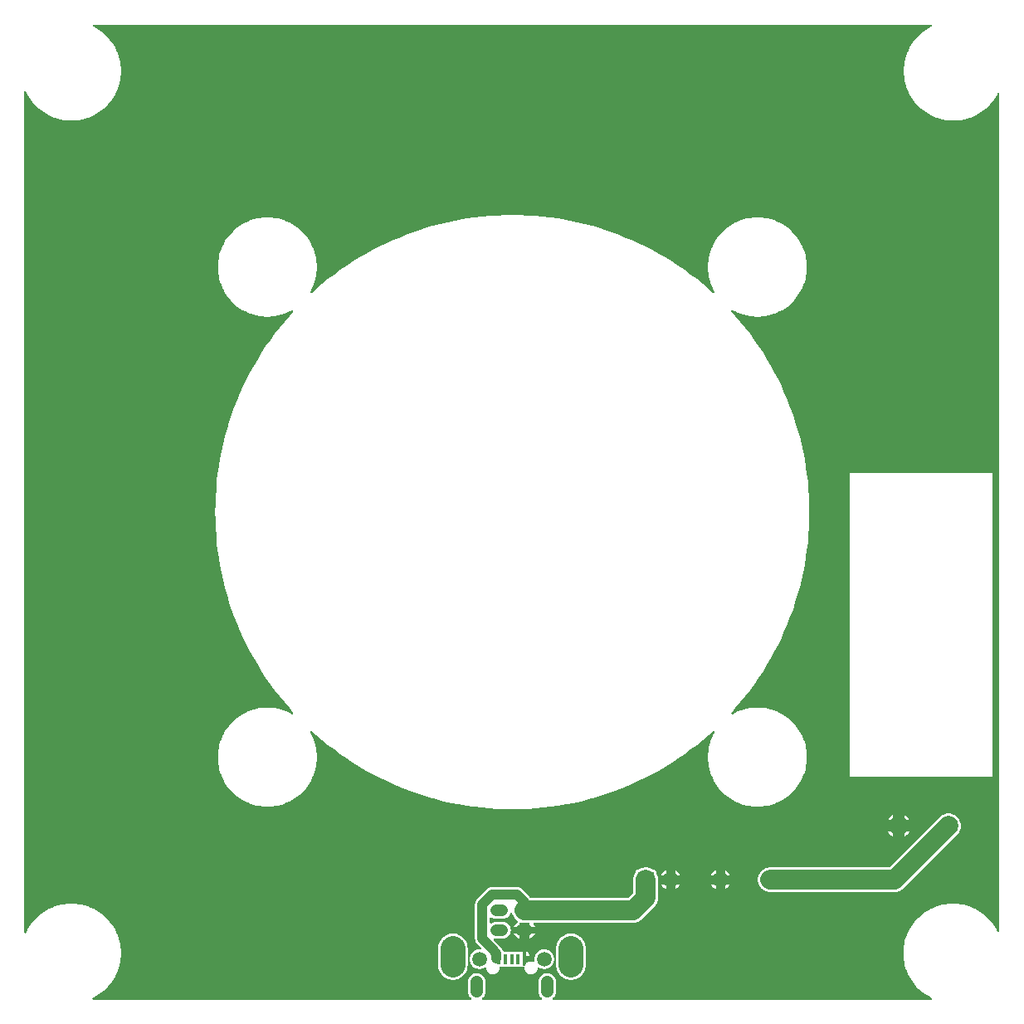
<source format=gtl>
G04 Layer: TopLayer*
G04 EasyEDA v6.5.1, 2022-08-30 03:35:26*
G04 a67cddfb3fce44daa9051d46cbbcc19f,10*
G04 Gerber Generator version 0.2*
G04 Scale: 100 percent, Rotated: No, Reflected: No *
G04 Dimensions in millimeters *
G04 leading zeros omitted , absolute positions ,4 integer and 5 decimal *
%FSLAX45Y45*%
%MOMM*%

%ADD11C,2.0000*%
%ADD12C,1.0000*%
%ADD13C,0.6096*%
%ADD14C,0.6100*%
%ADD15R,0.4000X1.0000*%
%ADD17C,1.6000*%
%ADD18C,1.5000*%
%ADD19C,1.1999*%
%ADD20C,2.5001*%
%ADD21C,1.3000*%

%LPD*%
G36*
X731012Y25908D02*
G01*
X727202Y26670D01*
X723950Y28803D01*
X721715Y32004D01*
X720852Y35864D01*
X721563Y39674D01*
X723595Y43027D01*
X726795Y45313D01*
X730402Y46939D01*
X757834Y61722D01*
X784301Y78130D01*
X809701Y96164D01*
X833932Y115722D01*
X856945Y136702D01*
X878586Y159105D01*
X898855Y182778D01*
X917549Y207670D01*
X934719Y233629D01*
X950264Y260654D01*
X964133Y288544D01*
X976223Y317246D01*
X986485Y346659D01*
X994968Y376631D01*
X1001572Y407060D01*
X1006297Y437845D01*
X1009091Y468884D01*
X1010005Y499973D01*
X1009091Y531114D01*
X1006297Y562152D01*
X1001572Y592937D01*
X994968Y623366D01*
X986485Y653338D01*
X976223Y682752D01*
X964133Y711454D01*
X950264Y739343D01*
X934719Y766368D01*
X917549Y792327D01*
X898855Y817219D01*
X878586Y840892D01*
X856945Y863295D01*
X833932Y884275D01*
X809701Y903833D01*
X784301Y921867D01*
X757834Y938276D01*
X730402Y953058D01*
X702106Y966063D01*
X673049Y977341D01*
X643382Y986790D01*
X613206Y994410D01*
X582574Y1000150D01*
X551637Y1003960D01*
X520547Y1005890D01*
X489407Y1005890D01*
X458317Y1003960D01*
X427431Y1000150D01*
X396798Y994410D01*
X366623Y986790D01*
X336956Y977341D01*
X307898Y966063D01*
X279603Y953058D01*
X252171Y938276D01*
X225704Y921867D01*
X200304Y903833D01*
X176072Y884275D01*
X153060Y863295D01*
X131419Y840892D01*
X111150Y817219D01*
X92405Y792327D01*
X75234Y766368D01*
X59740Y739343D01*
X45872Y711454D01*
X43230Y707085D01*
X39928Y704900D01*
X36017Y704138D01*
X32156Y704951D01*
X28854Y707136D01*
X26670Y710438D01*
X25908Y714298D01*
X25908Y9285681D01*
X26670Y9289542D01*
X28854Y9292844D01*
X32156Y9295079D01*
X36017Y9295841D01*
X39928Y9295079D01*
X43230Y9292894D01*
X45872Y9288526D01*
X59740Y9260636D01*
X75234Y9233662D01*
X92405Y9207652D01*
X111150Y9182760D01*
X131419Y9159087D01*
X153060Y9136735D01*
X176072Y9115704D01*
X200304Y9096146D01*
X225704Y9078112D01*
X252171Y9061704D01*
X279603Y9046972D01*
X307898Y9033916D01*
X336956Y9022638D01*
X366623Y9013190D01*
X396798Y9005620D01*
X427431Y8999880D01*
X458317Y8996019D01*
X489407Y8994089D01*
X520547Y8994089D01*
X551637Y8996019D01*
X582574Y8999880D01*
X613206Y9005620D01*
X643382Y9013190D01*
X673049Y9022638D01*
X702106Y9033916D01*
X730402Y9046972D01*
X757834Y9061704D01*
X784301Y9078112D01*
X809701Y9096146D01*
X833932Y9115704D01*
X856945Y9136735D01*
X878586Y9159087D01*
X898855Y9182760D01*
X917549Y9207652D01*
X934719Y9233662D01*
X950264Y9260636D01*
X964133Y9288526D01*
X976223Y9317228D01*
X986485Y9346641D01*
X994968Y9376613D01*
X1001572Y9407042D01*
X1006297Y9437827D01*
X1009091Y9468866D01*
X1010005Y9499955D01*
X1009091Y9531146D01*
X1006297Y9562134D01*
X1001572Y9592919D01*
X994968Y9623399D01*
X986485Y9653371D01*
X976223Y9682734D01*
X964133Y9711436D01*
X950264Y9739376D01*
X934719Y9766350D01*
X917549Y9792360D01*
X898855Y9817201D01*
X878586Y9840925D01*
X856945Y9863277D01*
X833932Y9884308D01*
X809701Y9903866D01*
X784301Y9921849D01*
X757834Y9938258D01*
X730402Y9953040D01*
X726795Y9954717D01*
X723595Y9957003D01*
X721512Y9960305D01*
X720852Y9964166D01*
X721715Y9967976D01*
X723900Y9971176D01*
X727202Y9973360D01*
X731012Y9974072D01*
X9278975Y9974072D01*
X9282785Y9973360D01*
X9286087Y9971176D01*
X9288272Y9967976D01*
X9289135Y9964166D01*
X9288475Y9960305D01*
X9286392Y9957003D01*
X9283242Y9954717D01*
X9279585Y9953040D01*
X9252153Y9938308D01*
X9225686Y9921849D01*
X9200286Y9903866D01*
X9176054Y9884308D01*
X9153042Y9863277D01*
X9131401Y9840925D01*
X9111183Y9817201D01*
X9092438Y9792360D01*
X9075267Y9766350D01*
X9059722Y9739376D01*
X9045905Y9711436D01*
X9033814Y9682734D01*
X9023502Y9653371D01*
X9015018Y9623399D01*
X9008414Y9592919D01*
X9003690Y9562134D01*
X9000896Y9531146D01*
X8999982Y9500006D01*
X9000896Y9468866D01*
X9003690Y9437827D01*
X9008414Y9407042D01*
X9015018Y9376613D01*
X9023502Y9346641D01*
X9033814Y9317228D01*
X9045905Y9288526D01*
X9059722Y9260636D01*
X9075267Y9233662D01*
X9092438Y9207652D01*
X9111183Y9182760D01*
X9131401Y9159087D01*
X9153042Y9136735D01*
X9176054Y9115704D01*
X9200286Y9096146D01*
X9225686Y9078112D01*
X9252153Y9061704D01*
X9279585Y9046972D01*
X9307880Y9033916D01*
X9336938Y9022638D01*
X9366605Y9013190D01*
X9396831Y9005620D01*
X9427413Y8999880D01*
X9458350Y8996019D01*
X9489440Y8994089D01*
X9520580Y8994089D01*
X9551670Y8996019D01*
X9582556Y8999880D01*
X9613188Y9005620D01*
X9643414Y9013190D01*
X9673082Y9022638D01*
X9702088Y9033916D01*
X9730384Y9046972D01*
X9757816Y9061704D01*
X9784283Y9078112D01*
X9809683Y9096146D01*
X9833965Y9115704D01*
X9856927Y9136735D01*
X9878618Y9159087D01*
X9898837Y9182760D01*
X9917582Y9207652D01*
X9934752Y9233662D01*
X9950297Y9260636D01*
X9954818Y9269831D01*
X9957663Y9273336D01*
X9961727Y9275216D01*
X9966248Y9275216D01*
X9970312Y9273235D01*
X9973106Y9269730D01*
X9974072Y9265310D01*
X9974072Y724611D01*
X9973106Y720242D01*
X9970312Y716686D01*
X9966248Y714705D01*
X9961727Y714705D01*
X9957663Y716584D01*
X9954818Y720090D01*
X9945268Y739343D01*
X9929723Y766368D01*
X9912553Y792327D01*
X9893858Y817219D01*
X9873589Y840892D01*
X9851948Y863295D01*
X9828936Y884275D01*
X9804704Y903833D01*
X9779304Y921867D01*
X9752838Y938276D01*
X9725406Y953058D01*
X9697110Y966063D01*
X9668052Y977341D01*
X9638385Y986790D01*
X9608210Y994410D01*
X9577578Y1000150D01*
X9546640Y1003960D01*
X9515551Y1005890D01*
X9484410Y1005890D01*
X9453321Y1003960D01*
X9422434Y1000150D01*
X9391802Y994410D01*
X9361627Y986790D01*
X9331960Y977341D01*
X9302902Y966063D01*
X9274606Y953058D01*
X9247174Y938276D01*
X9220708Y921867D01*
X9195308Y903833D01*
X9171076Y884275D01*
X9148064Y863295D01*
X9126423Y840892D01*
X9106154Y817219D01*
X9087408Y792327D01*
X9070238Y766368D01*
X9054744Y739343D01*
X9040876Y711454D01*
X9028785Y682752D01*
X9018473Y653338D01*
X9010040Y623366D01*
X9003436Y592937D01*
X8998712Y562152D01*
X8995918Y531114D01*
X8995003Y500024D01*
X8995918Y468884D01*
X8998712Y437845D01*
X9003436Y407060D01*
X9010040Y376631D01*
X9018473Y346659D01*
X9028785Y317246D01*
X9040876Y288544D01*
X9054744Y260654D01*
X9070238Y233629D01*
X9087408Y207670D01*
X9106154Y182778D01*
X9126423Y159105D01*
X9148064Y136702D01*
X9171076Y115722D01*
X9195308Y96164D01*
X9220708Y78130D01*
X9247174Y61722D01*
X9274606Y46939D01*
X9278213Y45313D01*
X9281414Y43027D01*
X9283446Y39674D01*
X9284106Y35864D01*
X9283293Y32004D01*
X9281058Y28803D01*
X9277807Y26670D01*
X9273997Y25908D01*
X5422747Y25908D01*
X5418734Y26771D01*
X5415330Y29108D01*
X5413197Y32664D01*
X5412638Y36779D01*
X5413756Y40741D01*
X5416346Y43942D01*
X5422036Y48564D01*
X5430520Y57607D01*
X5437632Y67767D01*
X5443372Y78790D01*
X5447538Y90474D01*
X5450027Y102616D01*
X5450890Y115316D01*
X5450890Y204622D01*
X5450027Y217373D01*
X5447538Y229514D01*
X5443372Y241198D01*
X5437632Y252221D01*
X5430520Y262331D01*
X5422036Y271424D01*
X5412435Y279247D01*
X5401818Y285699D01*
X5390438Y290626D01*
X5378500Y293979D01*
X5366207Y295656D01*
X5353812Y295656D01*
X5341518Y293979D01*
X5329580Y290626D01*
X5318201Y285699D01*
X5307584Y279247D01*
X5297982Y271424D01*
X5289499Y262331D01*
X5282336Y252221D01*
X5276646Y241198D01*
X5272481Y229514D01*
X5269941Y217373D01*
X5269077Y204622D01*
X5269077Y115316D01*
X5269941Y102616D01*
X5272481Y90474D01*
X5276646Y78790D01*
X5282336Y67767D01*
X5289499Y57607D01*
X5297982Y48564D01*
X5303621Y43942D01*
X5306263Y40741D01*
X5307380Y36779D01*
X5306822Y32664D01*
X5304637Y29108D01*
X5301284Y26771D01*
X5297220Y25908D01*
X4702759Y25908D01*
X4698746Y26771D01*
X4695342Y29108D01*
X4693208Y32664D01*
X4692650Y36779D01*
X4693767Y40741D01*
X4696358Y43942D01*
X4702048Y48564D01*
X4710480Y57607D01*
X4717643Y67767D01*
X4723384Y78790D01*
X4727498Y90474D01*
X4730038Y102616D01*
X4730902Y115316D01*
X4730902Y204622D01*
X4730038Y217373D01*
X4727498Y229514D01*
X4723384Y241198D01*
X4717643Y252221D01*
X4710480Y262331D01*
X4702048Y271424D01*
X4692396Y279247D01*
X4681829Y285699D01*
X4670450Y290626D01*
X4658512Y293979D01*
X4646218Y295656D01*
X4633823Y295656D01*
X4621530Y293979D01*
X4609541Y290626D01*
X4598212Y285699D01*
X4587595Y279247D01*
X4577943Y271424D01*
X4569510Y262331D01*
X4562348Y252221D01*
X4556658Y241198D01*
X4552492Y229514D01*
X4549952Y217373D01*
X4549089Y204622D01*
X4549089Y115316D01*
X4549952Y102616D01*
X4552492Y90474D01*
X4556658Y78790D01*
X4562348Y67767D01*
X4569510Y57607D01*
X4577943Y48564D01*
X4583633Y43942D01*
X4586274Y40741D01*
X4587341Y36779D01*
X4586782Y32664D01*
X4584649Y29108D01*
X4581296Y26771D01*
X4577232Y25908D01*
G37*

%LPC*%
G36*
X8450986Y2300020D02*
G01*
X9898989Y2300020D01*
X9900005Y2300986D01*
X9900005Y5398973D01*
X9898989Y5399989D01*
X8450986Y5399989D01*
X8450021Y5398973D01*
X8450021Y2300986D01*
G37*
G36*
X4397502Y228600D02*
G01*
X4414418Y229565D01*
X4431080Y232410D01*
X4447336Y237083D01*
X4462983Y243535D01*
X4477766Y251764D01*
X4491583Y261518D01*
X4504182Y272796D01*
X4515459Y285445D01*
X4525264Y299212D01*
X4533442Y314045D01*
X4539945Y329692D01*
X4544618Y345948D01*
X4547463Y362610D01*
X4548428Y379780D01*
X4548428Y549198D01*
X4547463Y566369D01*
X4544618Y583082D01*
X4539945Y599338D01*
X4533442Y614984D01*
X4525264Y629767D01*
X4515459Y643585D01*
X4504182Y656183D01*
X4491583Y667461D01*
X4477766Y677265D01*
X4462983Y685444D01*
X4447336Y691946D01*
X4431080Y696620D01*
X4414418Y699465D01*
X4397502Y700379D01*
X4380585Y699465D01*
X4363923Y696620D01*
X4347667Y691946D01*
X4332020Y685444D01*
X4317238Y677265D01*
X4303420Y667461D01*
X4290822Y656183D01*
X4279544Y643585D01*
X4269740Y629767D01*
X4261561Y614984D01*
X4255058Y599338D01*
X4250385Y583082D01*
X4247540Y566369D01*
X4246575Y549198D01*
X4246575Y379780D01*
X4247540Y362610D01*
X4250385Y345948D01*
X4255058Y329692D01*
X4261561Y314045D01*
X4269740Y299212D01*
X4279544Y285445D01*
X4290822Y272796D01*
X4303420Y261518D01*
X4317238Y251764D01*
X4332020Y243535D01*
X4347667Y237083D01*
X4363923Y232410D01*
X4380585Y229565D01*
G37*
G36*
X4802276Y284226D02*
G01*
X4812842Y284632D01*
X4823256Y286766D01*
X4833162Y290525D01*
X4842357Y295808D01*
X4850536Y302514D01*
X4857597Y310438D01*
X4863236Y319430D01*
X4867402Y329184D01*
X4869942Y339445D01*
X4870805Y350012D01*
X4870602Y352348D01*
X4871110Y356463D01*
X4873244Y360070D01*
X4876647Y362458D01*
X4880711Y363321D01*
X4888382Y363321D01*
X4894732Y364032D01*
X4898085Y365201D01*
X4901438Y365810D01*
X4904841Y365201D01*
X4908194Y364032D01*
X4914544Y363321D01*
X4953406Y363321D01*
X4959705Y364032D01*
X4963109Y365201D01*
X4966462Y365810D01*
X4969814Y365201D01*
X4973218Y364032D01*
X4979517Y363321D01*
X5018379Y363321D01*
X5024729Y364032D01*
X5028082Y365201D01*
X5031435Y365810D01*
X5034838Y365201D01*
X5038191Y364032D01*
X5044541Y363321D01*
X5083403Y363321D01*
X5089702Y364032D01*
X5093106Y365201D01*
X5096459Y365810D01*
X5099812Y365201D01*
X5103215Y364032D01*
X5109514Y363321D01*
X5119217Y363321D01*
X5123129Y362559D01*
X5126431Y360324D01*
X5128615Y357073D01*
X5129377Y353161D01*
X5129377Y344728D01*
X5131104Y334264D01*
X5134457Y324205D01*
X5139385Y314807D01*
X5145735Y306374D01*
X5153406Y299008D01*
X5162143Y292963D01*
X5171694Y288442D01*
X5181904Y285496D01*
X5192420Y284226D01*
X5202986Y284632D01*
X5213400Y286766D01*
X5223306Y290525D01*
X5232501Y295808D01*
X5240680Y302514D01*
X5247741Y310438D01*
X5253380Y319430D01*
X5257546Y329184D01*
X5260086Y339445D01*
X5260695Y346862D01*
X5261813Y350774D01*
X5264302Y353872D01*
X5267858Y355803D01*
X5271871Y356158D01*
X5275681Y354990D01*
X5287518Y348488D01*
X5300116Y343662D01*
X5313222Y340512D01*
X5326634Y339191D01*
X5340096Y339648D01*
X5353405Y341884D01*
X5366258Y345846D01*
X5378500Y351536D01*
X5389829Y358800D01*
X5400141Y367487D01*
X5409184Y377494D01*
X5416804Y388569D01*
X5422900Y400608D01*
X5427319Y413359D01*
X5429961Y426567D01*
X5430875Y439978D01*
X5429961Y453440D01*
X5427319Y466648D01*
X5422900Y479399D01*
X5416804Y491439D01*
X5409184Y502513D01*
X5400141Y512521D01*
X5389829Y521208D01*
X5378500Y528472D01*
X5366258Y534162D01*
X5353405Y538124D01*
X5340096Y540359D01*
X5326634Y540816D01*
X5313222Y539496D01*
X5300116Y536346D01*
X5287518Y531520D01*
X5275732Y525018D01*
X5264861Y517042D01*
X5255158Y507695D01*
X5246827Y497078D01*
X5239969Y485495D01*
X5234686Y473100D01*
X5231130Y460095D01*
X5229352Y446735D01*
X5229352Y433273D01*
X5230774Y422757D01*
X5230469Y418592D01*
X5228488Y414934D01*
X5225237Y412343D01*
X5221173Y411276D01*
X5217058Y411937D01*
X5213400Y413308D01*
X5202986Y415442D01*
X5192420Y415848D01*
X5181904Y414578D01*
X5171694Y411632D01*
X5165852Y408838D01*
X5161483Y407873D01*
X5145328Y407873D01*
X5145328Y396494D01*
X5144770Y393293D01*
X5143246Y390398D01*
X5139385Y385267D01*
X5134457Y375869D01*
X5132425Y369722D01*
X5130393Y366166D01*
X5127142Y363728D01*
X5123180Y362762D01*
X5119166Y363423D01*
X5115712Y365607D01*
X5113426Y368960D01*
X5112613Y372922D01*
X5112613Y411073D01*
X5110581Y414324D01*
X5109870Y418033D01*
X5109870Y460400D01*
X5110581Y464159D01*
X5112613Y467359D01*
X5112613Y515112D01*
X5109514Y515112D01*
X5103215Y514400D01*
X5099812Y513232D01*
X5096459Y512673D01*
X5093106Y513232D01*
X5089702Y514400D01*
X5083403Y515112D01*
X5044541Y515112D01*
X5038191Y514400D01*
X5034838Y513232D01*
X5031435Y512673D01*
X5028082Y513232D01*
X5024729Y514400D01*
X5018379Y515112D01*
X4979517Y515112D01*
X4973218Y514400D01*
X4969814Y513232D01*
X4966462Y512673D01*
X4963109Y513232D01*
X4959705Y514400D01*
X4953406Y515112D01*
X4922266Y515112D01*
X4918303Y515924D01*
X4915001Y518210D01*
X4912817Y521614D01*
X4908346Y532942D01*
X4902708Y542747D01*
X4895240Y552094D01*
X4818583Y634187D01*
X4816398Y637844D01*
X4815890Y642112D01*
X4817160Y646176D01*
X4820005Y649325D01*
X4823917Y651103D01*
X4828184Y651052D01*
X4830775Y650494D01*
X4843373Y649579D01*
X4902657Y649579D01*
X4915255Y650494D01*
X4927193Y653084D01*
X4938674Y657402D01*
X4949444Y663244D01*
X4959248Y670610D01*
X4967935Y679246D01*
X4975250Y689051D01*
X4981143Y699820D01*
X4985410Y711301D01*
X4988001Y723290D01*
X4988864Y735482D01*
X4988001Y747725D01*
X4985410Y759714D01*
X4981143Y771194D01*
X4975250Y781913D01*
X4967935Y791718D01*
X4959248Y800404D01*
X4949444Y807770D01*
X4938674Y813612D01*
X4927193Y817880D01*
X4915255Y820521D01*
X4902657Y821385D01*
X4843373Y821385D01*
X4830775Y820521D01*
X4818786Y817880D01*
X4807305Y813612D01*
X4796586Y807770D01*
X4792167Y804468D01*
X4788103Y802640D01*
X4783632Y802741D01*
X4779670Y804722D01*
X4776927Y808228D01*
X4775911Y812596D01*
X4775911Y858418D01*
X4776927Y862787D01*
X4779670Y866292D01*
X4783632Y868273D01*
X4788103Y868375D01*
X4792167Y866546D01*
X4796586Y863244D01*
X4807305Y857402D01*
X4818786Y853084D01*
X4830775Y850493D01*
X4843373Y849579D01*
X4902657Y849579D01*
X4915255Y850493D01*
X4927193Y853084D01*
X4938674Y857402D01*
X4949444Y863244D01*
X4959248Y870610D01*
X4967935Y879246D01*
X4975250Y889050D01*
X4981143Y899820D01*
X4984800Y909624D01*
X4987137Y913282D01*
X4990846Y915619D01*
X4995214Y916178D01*
X4999380Y914857D01*
X5002580Y911910D01*
X5004308Y907897D01*
X5004765Y905357D01*
X5009286Y890828D01*
X5015534Y876960D01*
X5023408Y863955D01*
X5032756Y852017D01*
X5043525Y841248D01*
X5055463Y831900D01*
X5058968Y829767D01*
X5062067Y826871D01*
X5063693Y822960D01*
X5063642Y818743D01*
X5061813Y814882D01*
X5058613Y812139D01*
X5050586Y807770D01*
X5040731Y800404D01*
X5032095Y791718D01*
X5024729Y781913D01*
X5019243Y771855D01*
X5075631Y771855D01*
X5075631Y806043D01*
X5076342Y809752D01*
X5078374Y812952D01*
X5081422Y815238D01*
X5085080Y816203D01*
X5088839Y815746D01*
X5096865Y813257D01*
X5111800Y810514D01*
X5127294Y809548D01*
X5168188Y809548D01*
X5172100Y808786D01*
X5175351Y806602D01*
X5177586Y803300D01*
X5178348Y799388D01*
X5178348Y771855D01*
X5234736Y771855D01*
X5229250Y781913D01*
X5221427Y792226D01*
X5219242Y795528D01*
X5218430Y799388D01*
X5219242Y803300D01*
X5221427Y806602D01*
X5224729Y808786D01*
X5228590Y809548D01*
X6235293Y809548D01*
X6243066Y809802D01*
X6250635Y810514D01*
X6258153Y811631D01*
X6265570Y813257D01*
X6272885Y815289D01*
X6280099Y817778D01*
X6287109Y820674D01*
X6293967Y823976D01*
X6300571Y827735D01*
X6306972Y831850D01*
X6313068Y836371D01*
X6318910Y841248D01*
X6324600Y846582D01*
X6453886Y975868D01*
X6459220Y981557D01*
X6464096Y987399D01*
X6468618Y993495D01*
X6472732Y999896D01*
X6476492Y1006500D01*
X6479794Y1013358D01*
X6482689Y1020368D01*
X6485178Y1027582D01*
X6487210Y1034897D01*
X6488836Y1042314D01*
X6489954Y1049832D01*
X6490665Y1057402D01*
X6490919Y1065174D01*
X6490919Y1249629D01*
X6489954Y1265123D01*
X6487210Y1280058D01*
X6482689Y1294587D01*
X6476441Y1308455D01*
X6472377Y1315212D01*
X6471259Y1317701D01*
X6470904Y1320444D01*
X6470904Y1329436D01*
X6470192Y1335735D01*
X6468262Y1341221D01*
X6465214Y1346098D01*
X6461099Y1350213D01*
X6456222Y1353261D01*
X6450736Y1355191D01*
X6444437Y1355902D01*
X6435394Y1355902D01*
X6432702Y1356258D01*
X6430162Y1357376D01*
X6423507Y1361389D01*
X6409639Y1367637D01*
X6395110Y1372158D01*
X6380175Y1374902D01*
X6364986Y1375816D01*
X6349796Y1374902D01*
X6334861Y1372158D01*
X6320332Y1367637D01*
X6306464Y1361389D01*
X6299809Y1357376D01*
X6297269Y1356258D01*
X6294577Y1355902D01*
X6285585Y1355902D01*
X6279235Y1355191D01*
X6273800Y1353261D01*
X6268872Y1350213D01*
X6264808Y1346098D01*
X6261709Y1341221D01*
X6259830Y1335735D01*
X6259118Y1329436D01*
X6259118Y1320495D01*
X6258712Y1317752D01*
X6257645Y1315262D01*
X6253530Y1308455D01*
X6247282Y1294587D01*
X6242761Y1280058D01*
X6240018Y1265123D01*
X6239103Y1249629D01*
X6239103Y1121359D01*
X6238290Y1117498D01*
X6236106Y1114196D01*
X6186271Y1064361D01*
X6182969Y1062177D01*
X6179108Y1061364D01*
X5198110Y1061364D01*
X5194960Y1061923D01*
X5192064Y1063396D01*
X5189829Y1065682D01*
X5188153Y1068019D01*
X5182514Y1074877D01*
X5101793Y1155598D01*
X5092954Y1162659D01*
X5085334Y1167282D01*
X5083149Y1168400D01*
X5074920Y1171803D01*
X5072583Y1172565D01*
X5063947Y1174699D01*
X5061508Y1175105D01*
X5052669Y1175918D01*
X4797450Y1175918D01*
X4788611Y1175105D01*
X4786172Y1174699D01*
X4777536Y1172565D01*
X4775200Y1171803D01*
X4766970Y1168400D01*
X4764786Y1167282D01*
X4757166Y1162659D01*
X4748326Y1155598D01*
X4644491Y1051763D01*
X4637430Y1042924D01*
X4632807Y1035303D01*
X4631690Y1033119D01*
X4628286Y1024890D01*
X4627524Y1022553D01*
X4625390Y1013917D01*
X4624984Y1011478D01*
X4624171Y1002639D01*
X4624120Y650341D01*
X4624984Y638657D01*
X4627524Y627634D01*
X4631639Y617067D01*
X4637328Y607263D01*
X4644796Y597916D01*
X4682337Y557631D01*
X4684471Y554278D01*
X4685080Y550367D01*
X4684166Y546506D01*
X4681880Y543306D01*
X4678527Y541223D01*
X4674616Y540562D01*
X4666640Y540816D01*
X4653229Y539496D01*
X4640122Y536346D01*
X4627524Y531520D01*
X4615738Y525018D01*
X4604867Y517042D01*
X4595164Y507695D01*
X4586833Y497078D01*
X4579975Y485495D01*
X4574692Y473100D01*
X4571136Y460095D01*
X4569358Y446735D01*
X4569358Y433273D01*
X4571136Y419912D01*
X4574692Y406908D01*
X4579975Y394512D01*
X4586833Y382930D01*
X4595164Y372313D01*
X4604867Y362966D01*
X4615738Y354990D01*
X4627524Y348488D01*
X4640122Y343662D01*
X4653229Y340512D01*
X4666640Y339191D01*
X4680102Y339648D01*
X4693412Y341884D01*
X4706264Y345846D01*
X4718507Y351536D01*
X4723638Y354838D01*
X4727651Y356311D01*
X4731969Y356006D01*
X4735779Y353923D01*
X4738319Y350469D01*
X4739233Y346252D01*
X4739233Y344728D01*
X4740960Y334264D01*
X4744313Y324205D01*
X4749241Y314807D01*
X4755591Y306374D01*
X4763262Y299008D01*
X4771999Y292963D01*
X4781550Y288442D01*
X4791760Y285496D01*
G37*
G36*
X5145328Y470560D02*
G01*
X5174843Y470560D01*
X5174843Y488645D01*
X5174132Y494995D01*
X5172252Y500430D01*
X5169154Y505358D01*
X5165090Y509422D01*
X5160162Y512521D01*
X5154726Y514400D01*
X5148376Y515112D01*
X5145328Y515112D01*
G37*
G36*
X5178348Y652475D02*
G01*
X5181193Y653084D01*
X5192674Y657402D01*
X5203444Y663244D01*
X5213248Y670610D01*
X5221935Y679246D01*
X5229250Y689051D01*
X5234736Y699160D01*
X5178348Y699160D01*
G37*
G36*
X5075631Y652475D02*
G01*
X5075631Y699160D01*
X5019243Y699160D01*
X5024729Y689051D01*
X5032095Y679246D01*
X5040731Y670610D01*
X5050586Y663244D01*
X5061305Y657402D01*
X5072786Y653084D01*
G37*
G36*
X7635290Y1124102D02*
G01*
X8903817Y1124102D01*
X8911590Y1124305D01*
X8919159Y1125016D01*
X8926677Y1126134D01*
X8934094Y1127760D01*
X8941460Y1129792D01*
X8948623Y1132281D01*
X8955684Y1135176D01*
X8962491Y1138529D01*
X8969146Y1142238D01*
X8975496Y1146403D01*
X8981643Y1150874D01*
X8987485Y1155750D01*
X8993124Y1161084D01*
X9542932Y1710893D01*
X9548215Y1716532D01*
X9553092Y1722374D01*
X9557613Y1728470D01*
X9561728Y1734870D01*
X9565487Y1741474D01*
X9568789Y1748332D01*
X9571736Y1755343D01*
X9574225Y1762556D01*
X9576257Y1769872D01*
X9577832Y1777339D01*
X9579000Y1784807D01*
X9579660Y1792427D01*
X9579914Y1799996D01*
X9579660Y1807616D01*
X9579000Y1815185D01*
X9577832Y1822704D01*
X9576257Y1830120D01*
X9574225Y1837486D01*
X9571736Y1844649D01*
X9568789Y1851660D01*
X9565487Y1858518D01*
X9561728Y1865122D01*
X9557613Y1871522D01*
X9553092Y1877669D01*
X9548215Y1883511D01*
X9543034Y1889048D01*
X9537496Y1894230D01*
X9531654Y1899107D01*
X9525508Y1903628D01*
X9519158Y1907743D01*
X9512503Y1911502D01*
X9505696Y1914804D01*
X9498634Y1917700D01*
X9491472Y1920189D01*
X9484106Y1922221D01*
X9476689Y1923846D01*
X9469170Y1924964D01*
X9461601Y1925675D01*
X9453981Y1925878D01*
X9446412Y1925675D01*
X9438843Y1924964D01*
X9431324Y1923846D01*
X9423857Y1922221D01*
X9416542Y1920189D01*
X9409328Y1917700D01*
X9402318Y1914804D01*
X9395510Y1911502D01*
X9388856Y1907743D01*
X9382455Y1903628D01*
X9376359Y1899107D01*
X9370517Y1894230D01*
X9364878Y1888947D01*
X8854795Y1378864D01*
X8851493Y1376680D01*
X8847632Y1375918D01*
X7635290Y1375918D01*
X7619847Y1374952D01*
X7604861Y1372209D01*
X7590383Y1367688D01*
X7576515Y1361490D01*
X7563510Y1353616D01*
X7551521Y1344218D01*
X7540752Y1333500D01*
X7531404Y1321511D01*
X7523530Y1308506D01*
X7517282Y1294638D01*
X7512761Y1280109D01*
X7510018Y1265174D01*
X7509103Y1249984D01*
X7510018Y1234846D01*
X7512761Y1219860D01*
X7517282Y1205382D01*
X7523530Y1191514D01*
X7531404Y1178509D01*
X7540752Y1166520D01*
X7551521Y1155750D01*
X7563510Y1146403D01*
X7576515Y1138529D01*
X7590383Y1132281D01*
X7604861Y1127760D01*
X7619847Y1125016D01*
G37*
G36*
X7080656Y1155039D02*
G01*
X7080656Y1203655D01*
X7032040Y1203655D01*
X7035292Y1197051D01*
X7043013Y1185519D01*
X7052106Y1175105D01*
X7062520Y1166012D01*
X7074052Y1158290D01*
G37*
G36*
X6572656Y1155039D02*
G01*
X6572656Y1203655D01*
X6524040Y1203655D01*
X6527292Y1197051D01*
X6535013Y1185519D01*
X6544106Y1175105D01*
X6554520Y1166012D01*
X6566052Y1158290D01*
G37*
G36*
X6665366Y1155039D02*
G01*
X6671919Y1158290D01*
X6683451Y1166012D01*
X6693865Y1175105D01*
X6703009Y1185519D01*
X6710680Y1197051D01*
X6713931Y1203655D01*
X6665366Y1203655D01*
G37*
G36*
X5602478Y228600D02*
G01*
X5619394Y229565D01*
X5636056Y232410D01*
X5652363Y237083D01*
X5667959Y243535D01*
X5682792Y251764D01*
X5696559Y261518D01*
X5709208Y272796D01*
X5720486Y285445D01*
X5730290Y299212D01*
X5738469Y314045D01*
X5744921Y329692D01*
X5749594Y345948D01*
X5752439Y362610D01*
X5753404Y379780D01*
X5753404Y549198D01*
X5752439Y566369D01*
X5749594Y583082D01*
X5744921Y599338D01*
X5738469Y614984D01*
X5730290Y629767D01*
X5720486Y643585D01*
X5709208Y656183D01*
X5696559Y667461D01*
X5682792Y677265D01*
X5667959Y685444D01*
X5652363Y691946D01*
X5636056Y696620D01*
X5619394Y699465D01*
X5602478Y700379D01*
X5585612Y699465D01*
X5568899Y696620D01*
X5552643Y691946D01*
X5537047Y685444D01*
X5522214Y677265D01*
X5508396Y667461D01*
X5495798Y656183D01*
X5484520Y643585D01*
X5474716Y629767D01*
X5466537Y614984D01*
X5460085Y599338D01*
X5455361Y583082D01*
X5452567Y566369D01*
X5451602Y549198D01*
X5451602Y379780D01*
X5452567Y362610D01*
X5455361Y345948D01*
X5460085Y329692D01*
X5466537Y314045D01*
X5474716Y299212D01*
X5484520Y285445D01*
X5495798Y272796D01*
X5508396Y261518D01*
X5522214Y251764D01*
X5537047Y243535D01*
X5552643Y237083D01*
X5568899Y232410D01*
X5585612Y229565D01*
G37*
G36*
X6665366Y1296365D02*
G01*
X6713931Y1296365D01*
X6710680Y1302918D01*
X6703009Y1314450D01*
X6693865Y1324864D01*
X6683451Y1334008D01*
X6671919Y1341678D01*
X6665366Y1344930D01*
G37*
G36*
X7173366Y1296365D02*
G01*
X7221931Y1296365D01*
X7218680Y1302918D01*
X7211009Y1314450D01*
X7201865Y1324864D01*
X7191451Y1334008D01*
X7179919Y1341678D01*
X7173366Y1344930D01*
G37*
G36*
X7032040Y1296365D02*
G01*
X7080656Y1296365D01*
X7080656Y1344930D01*
X7074052Y1341678D01*
X7062520Y1334008D01*
X7052106Y1324864D01*
X7043013Y1314450D01*
X7035292Y1302918D01*
G37*
G36*
X6524040Y1296365D02*
G01*
X6572656Y1296365D01*
X6572656Y1344930D01*
X6566052Y1341678D01*
X6554520Y1334008D01*
X6544106Y1324864D01*
X6535013Y1314450D01*
X6527292Y1302918D01*
G37*
G36*
X9002369Y1687575D02*
G01*
X9004503Y1688541D01*
X9017508Y1696415D01*
X9029496Y1705762D01*
X9040215Y1716532D01*
X9049613Y1728470D01*
X9057487Y1741474D01*
X9058452Y1743659D01*
X9002369Y1743659D01*
G37*
G36*
X8889644Y1687575D02*
G01*
X8889644Y1743659D01*
X8833561Y1743659D01*
X8834526Y1741474D01*
X8842400Y1728470D01*
X8851747Y1716532D01*
X8862517Y1705762D01*
X8874506Y1696415D01*
X8887510Y1688541D01*
G37*
G36*
X9002369Y1856333D02*
G01*
X9058452Y1856333D01*
X9057487Y1858518D01*
X9049613Y1871522D01*
X9040215Y1883460D01*
X9029496Y1894230D01*
X9017508Y1903628D01*
X9004503Y1911451D01*
X9002369Y1912416D01*
G37*
G36*
X8833561Y1856333D02*
G01*
X8889644Y1856333D01*
X8889644Y1912416D01*
X8887510Y1911451D01*
X8874506Y1903628D01*
X8862517Y1894230D01*
X8851747Y1883460D01*
X8842400Y1871522D01*
X8834526Y1858518D01*
G37*
G36*
X5005019Y1969109D02*
G01*
X5083048Y1970074D01*
X5161026Y1973122D01*
X5238902Y1978152D01*
X5316626Y1985162D01*
X5394147Y1994204D01*
X5471414Y2005177D01*
X5548376Y2018182D01*
X5624982Y2033168D01*
X5701182Y2050135D01*
X5776874Y2069033D01*
X5852109Y2089861D01*
X5926734Y2112670D01*
X6000800Y2137359D01*
X6074156Y2163927D01*
X6146850Y2192375D01*
X6218732Y2222703D01*
X6289852Y2254910D01*
X6360109Y2288895D01*
X6429451Y2324658D01*
X6497878Y2362250D01*
X6565290Y2401570D01*
X6631686Y2442616D01*
X6696964Y2485339D01*
X6761175Y2529738D01*
X6824218Y2575763D01*
X6885990Y2623413D01*
X6946595Y2672638D01*
X7005878Y2723388D01*
X7051192Y2764282D01*
X7054697Y2766364D01*
X7058761Y2766872D01*
X7062673Y2765755D01*
X7065822Y2763215D01*
X7067753Y2759608D01*
X7068108Y2755544D01*
X7066788Y2751683D01*
X7059726Y2739339D01*
X7045909Y2711450D01*
X7033818Y2682748D01*
X7023506Y2653334D01*
X7015022Y2623362D01*
X7008418Y2592933D01*
X7003694Y2562148D01*
X7000900Y2531110D01*
X6999986Y2500020D01*
X7000900Y2468880D01*
X7003694Y2437841D01*
X7008418Y2407056D01*
X7015022Y2376627D01*
X7023506Y2346655D01*
X7033818Y2317242D01*
X7045909Y2288540D01*
X7059726Y2260650D01*
X7075271Y2233625D01*
X7092442Y2207666D01*
X7111187Y2182774D01*
X7131405Y2159101D01*
X7153046Y2136698D01*
X7176058Y2115718D01*
X7200290Y2096160D01*
X7225690Y2078126D01*
X7252157Y2061718D01*
X7279589Y2046986D01*
X7307884Y2033930D01*
X7336942Y2022652D01*
X7366609Y2013204D01*
X7396835Y2005584D01*
X7427417Y1999843D01*
X7458354Y1996033D01*
X7489444Y1994103D01*
X7520584Y1994103D01*
X7551674Y1996033D01*
X7582560Y1999843D01*
X7613192Y2005584D01*
X7643368Y2013204D01*
X7673086Y2022652D01*
X7702092Y2033930D01*
X7730388Y2046986D01*
X7757820Y2061718D01*
X7784287Y2078126D01*
X7809687Y2096160D01*
X7833969Y2115718D01*
X7856931Y2136698D01*
X7878622Y2159101D01*
X7898841Y2182774D01*
X7917586Y2207666D01*
X7934756Y2233625D01*
X7950250Y2260650D01*
X7964119Y2288540D01*
X7976209Y2317242D01*
X7986522Y2346655D01*
X7994954Y2376627D01*
X8001558Y2407056D01*
X8006283Y2437841D01*
X8009128Y2468880D01*
X8009991Y2499969D01*
X8009128Y2531110D01*
X8006283Y2562148D01*
X8001558Y2592933D01*
X7994954Y2623362D01*
X7986522Y2653334D01*
X7976209Y2682748D01*
X7964119Y2711450D01*
X7950250Y2739339D01*
X7934756Y2766364D01*
X7917586Y2792323D01*
X7898841Y2817215D01*
X7878622Y2840888D01*
X7856931Y2863291D01*
X7833969Y2884271D01*
X7809687Y2903829D01*
X7784287Y2921863D01*
X7757820Y2938272D01*
X7730388Y2953054D01*
X7702092Y2966059D01*
X7673086Y2977337D01*
X7643368Y2986786D01*
X7613192Y2994406D01*
X7582560Y3000146D01*
X7551674Y3003956D01*
X7520584Y3005886D01*
X7489444Y3005886D01*
X7458354Y3003956D01*
X7427417Y3000146D01*
X7396835Y2994406D01*
X7366609Y2986786D01*
X7336942Y2977337D01*
X7307884Y2966059D01*
X7279589Y2953054D01*
X7254341Y2939440D01*
X7250480Y2938272D01*
X7246467Y2938678D01*
X7242911Y2940659D01*
X7240422Y2943809D01*
X7239406Y2947720D01*
X7239914Y2951734D01*
X7241997Y2955188D01*
X7281621Y2999130D01*
X7332370Y3058414D01*
X7381595Y3118967D01*
X7429246Y3180791D01*
X7475270Y3243834D01*
X7519670Y3307994D01*
X7562392Y3373323D01*
X7603439Y3439718D01*
X7642758Y3507130D01*
X7680299Y3575558D01*
X7716113Y3644900D01*
X7750098Y3715156D01*
X7782255Y3786276D01*
X7812582Y3858158D01*
X7841081Y3930853D01*
X7867650Y4004208D01*
X7892338Y4078274D01*
X7915148Y4152900D01*
X7935975Y4228134D01*
X7954873Y4303826D01*
X7971840Y4380026D01*
X7986826Y4456633D01*
X7999780Y4533595D01*
X8010804Y4610811D01*
X8019846Y4688382D01*
X8026857Y4766106D01*
X8031886Y4843983D01*
X8034883Y4921961D01*
X8035899Y4999990D01*
X8034883Y5078018D01*
X8031886Y5156047D01*
X8026857Y5233924D01*
X8019846Y5311648D01*
X8010804Y5389168D01*
X7999780Y5466435D01*
X7986826Y5543397D01*
X7971840Y5619953D01*
X7954873Y5696153D01*
X7935975Y5771896D01*
X7915148Y5847080D01*
X7892338Y5921756D01*
X7867650Y5995771D01*
X7841081Y6069177D01*
X7812582Y6141821D01*
X7782255Y6213754D01*
X7750098Y6284823D01*
X7716113Y6355080D01*
X7680299Y6424472D01*
X7642758Y6492849D01*
X7603439Y6560312D01*
X7562392Y6626656D01*
X7519670Y6691985D01*
X7475270Y6756196D01*
X7429246Y6819188D01*
X7381595Y6881012D01*
X7332370Y6941566D01*
X7281621Y7000849D01*
X7241997Y7044791D01*
X7239914Y7048296D01*
X7239406Y7052259D01*
X7240422Y7056170D01*
X7242911Y7059320D01*
X7246467Y7061301D01*
X7250480Y7061708D01*
X7254341Y7060539D01*
X7279589Y7046975D01*
X7307884Y7033920D01*
X7336942Y7022642D01*
X7366609Y7013194D01*
X7396835Y7005574D01*
X7427417Y6999884D01*
X7458354Y6996023D01*
X7489444Y6994093D01*
X7520584Y6994093D01*
X7551674Y6996023D01*
X7582560Y6999884D01*
X7613192Y7005574D01*
X7643368Y7013194D01*
X7673086Y7022642D01*
X7702092Y7033920D01*
X7730388Y7046975D01*
X7757820Y7061708D01*
X7784287Y7078116D01*
X7809687Y7096150D01*
X7833969Y7115708D01*
X7856931Y7136688D01*
X7878622Y7159091D01*
X7898841Y7182764D01*
X7917586Y7207656D01*
X7934756Y7233666D01*
X7950250Y7260640D01*
X7964119Y7288530D01*
X7976209Y7317231D01*
X7986522Y7346645D01*
X7994954Y7376617D01*
X8001558Y7407046D01*
X8006283Y7437831D01*
X8009128Y7468870D01*
X8009991Y7499959D01*
X8009128Y7531150D01*
X8006283Y7562138D01*
X8001558Y7592923D01*
X7994954Y7623403D01*
X7986522Y7653375D01*
X7976209Y7682738D01*
X7964119Y7711440D01*
X7950250Y7739380D01*
X7934756Y7766354D01*
X7917586Y7792364D01*
X7898841Y7817205D01*
X7878622Y7840878D01*
X7856931Y7863281D01*
X7833969Y7884312D01*
X7809687Y7903870D01*
X7784287Y7921853D01*
X7757820Y7938262D01*
X7730388Y7953044D01*
X7702092Y7966049D01*
X7673086Y7977327D01*
X7643368Y7986775D01*
X7613192Y7994396D01*
X7582560Y8000136D01*
X7551674Y8003946D01*
X7520584Y8005876D01*
X7489444Y8005876D01*
X7458354Y8003946D01*
X7427417Y8000136D01*
X7396835Y7994396D01*
X7366609Y7986775D01*
X7336942Y7977327D01*
X7307884Y7966049D01*
X7279589Y7953044D01*
X7252157Y7938262D01*
X7225690Y7921853D01*
X7200290Y7903870D01*
X7176058Y7884312D01*
X7153046Y7863281D01*
X7131405Y7840878D01*
X7111187Y7817205D01*
X7092442Y7792364D01*
X7075271Y7766354D01*
X7059726Y7739380D01*
X7045909Y7711440D01*
X7033818Y7682738D01*
X7023506Y7653375D01*
X7015022Y7623403D01*
X7008418Y7592923D01*
X7003694Y7562138D01*
X7000900Y7531150D01*
X6999986Y7500010D01*
X7000900Y7468870D01*
X7003694Y7437831D01*
X7008418Y7407046D01*
X7015022Y7376617D01*
X7023506Y7346645D01*
X7033818Y7317231D01*
X7045909Y7288530D01*
X7059726Y7260640D01*
X7066788Y7248347D01*
X7068108Y7244486D01*
X7067753Y7240422D01*
X7065822Y7236815D01*
X7062673Y7234224D01*
X7058761Y7233107D01*
X7054697Y7233666D01*
X7051192Y7235698D01*
X7005878Y7276592D01*
X6946595Y7327392D01*
X6885990Y7376617D01*
X6824218Y7424216D01*
X6761175Y7470292D01*
X6696964Y7514691D01*
X6631686Y7557414D01*
X6565290Y7598460D01*
X6497878Y7637729D01*
X6429451Y7675321D01*
X6360109Y7711084D01*
X6289852Y7745120D01*
X6218732Y7777276D01*
X6146850Y7807604D01*
X6074156Y7836052D01*
X6000800Y7862671D01*
X5926734Y7887360D01*
X5852109Y7910118D01*
X5776874Y7930946D01*
X5701182Y7949895D01*
X5624982Y7966811D01*
X5548376Y7981797D01*
X5471414Y7994802D01*
X5394147Y8005825D01*
X5316626Y8014868D01*
X5238902Y8021878D01*
X5161026Y8026908D01*
X5083048Y8029905D01*
X5005019Y8030921D01*
X4926939Y8029905D01*
X4848961Y8026908D01*
X4771085Y8021878D01*
X4693361Y8014868D01*
X4615840Y8005825D01*
X4538573Y7994802D01*
X4461611Y7981797D01*
X4385005Y7966811D01*
X4308856Y7949895D01*
X4233113Y7930946D01*
X4157929Y7910118D01*
X4083253Y7887360D01*
X4009237Y7862671D01*
X3935831Y7836052D01*
X3863187Y7807604D01*
X3791254Y7777276D01*
X3720134Y7745120D01*
X3649878Y7711084D01*
X3580536Y7675321D01*
X3512108Y7637729D01*
X3444697Y7598460D01*
X3378301Y7557414D01*
X3313023Y7514691D01*
X3248812Y7470292D01*
X3185820Y7424216D01*
X3123996Y7376617D01*
X3063443Y7327392D01*
X3004159Y7276592D01*
X2958795Y7235698D01*
X2955290Y7233666D01*
X2951226Y7233107D01*
X2947314Y7234224D01*
X2944164Y7236815D01*
X2942234Y7240422D01*
X2941929Y7244435D01*
X2943199Y7248347D01*
X2950260Y7260640D01*
X2964129Y7288530D01*
X2976219Y7317231D01*
X2986481Y7346645D01*
X2994964Y7376617D01*
X3001568Y7407046D01*
X3006293Y7437831D01*
X3009087Y7468870D01*
X3010001Y7499959D01*
X3009087Y7531150D01*
X3006293Y7562138D01*
X3001568Y7592923D01*
X2994964Y7623403D01*
X2986481Y7653375D01*
X2976219Y7682738D01*
X2964129Y7711440D01*
X2950260Y7739380D01*
X2934716Y7766354D01*
X2917596Y7792364D01*
X2898851Y7817205D01*
X2878582Y7840878D01*
X2856941Y7863281D01*
X2833928Y7884312D01*
X2809697Y7903870D01*
X2784297Y7921853D01*
X2757830Y7938262D01*
X2730398Y7953044D01*
X2702102Y7966049D01*
X2673045Y7977327D01*
X2643378Y7986775D01*
X2613202Y7994396D01*
X2582570Y8000136D01*
X2551684Y8003946D01*
X2520594Y8005876D01*
X2489403Y8005876D01*
X2458313Y8003946D01*
X2427427Y8000136D01*
X2396794Y7994396D01*
X2366619Y7986775D01*
X2336952Y7977327D01*
X2307894Y7966049D01*
X2279599Y7953044D01*
X2252167Y7938262D01*
X2225700Y7921853D01*
X2200300Y7903870D01*
X2176068Y7884312D01*
X2153056Y7863281D01*
X2131415Y7840878D01*
X2111146Y7817205D01*
X2092452Y7792364D01*
X2075281Y7766354D01*
X2059736Y7739380D01*
X2045868Y7711440D01*
X2033778Y7682738D01*
X2023516Y7653375D01*
X2015032Y7623403D01*
X2008428Y7592923D01*
X2003704Y7562138D01*
X2000910Y7531150D01*
X1999996Y7500010D01*
X2000910Y7468870D01*
X2003704Y7437831D01*
X2008428Y7407046D01*
X2015032Y7376617D01*
X2023516Y7346645D01*
X2033778Y7317231D01*
X2045868Y7288530D01*
X2059736Y7260640D01*
X2075281Y7233666D01*
X2092452Y7207656D01*
X2111146Y7182764D01*
X2131415Y7159091D01*
X2153056Y7136688D01*
X2176068Y7115708D01*
X2200300Y7096150D01*
X2225700Y7078116D01*
X2252167Y7061708D01*
X2279599Y7046975D01*
X2307894Y7033920D01*
X2336952Y7022642D01*
X2366619Y7013194D01*
X2396794Y7005574D01*
X2427427Y6999884D01*
X2458313Y6996023D01*
X2489403Y6994093D01*
X2520594Y6994093D01*
X2551684Y6996023D01*
X2582570Y6999884D01*
X2613202Y7005574D01*
X2643378Y7013194D01*
X2673045Y7022642D01*
X2702102Y7033920D01*
X2730398Y7046975D01*
X2755646Y7060539D01*
X2759506Y7061708D01*
X2763520Y7061301D01*
X2767076Y7059320D01*
X2769565Y7056170D01*
X2770632Y7052259D01*
X2770073Y7048296D01*
X2768041Y7044791D01*
X2728366Y7000849D01*
X2677617Y6941566D01*
X2628392Y6881012D01*
X2580741Y6819188D01*
X2534716Y6756196D01*
X2490317Y6691985D01*
X2447594Y6626656D01*
X2406548Y6560312D01*
X2367229Y6492849D01*
X2329688Y6424472D01*
X2293874Y6355080D01*
X2259888Y6284823D01*
X2227732Y6213754D01*
X2197404Y6141821D01*
X2168906Y6069177D01*
X2142337Y5995771D01*
X2117648Y5921756D01*
X2094890Y5847080D01*
X2074011Y5771896D01*
X2055114Y5696153D01*
X2038197Y5619953D01*
X2023211Y5543397D01*
X2010206Y5466435D01*
X1999183Y5389168D01*
X1990140Y5311648D01*
X1983130Y5233924D01*
X1978101Y5156047D01*
X1975104Y5078018D01*
X1974088Y4999990D01*
X1975104Y4921961D01*
X1978101Y4843983D01*
X1983130Y4766106D01*
X1990140Y4688382D01*
X1999183Y4610811D01*
X2010206Y4533595D01*
X2023211Y4456633D01*
X2038197Y4380026D01*
X2055114Y4303826D01*
X2074011Y4228134D01*
X2094890Y4152900D01*
X2117648Y4078274D01*
X2142337Y4004208D01*
X2168906Y3930853D01*
X2197404Y3858158D01*
X2227732Y3786276D01*
X2259888Y3715156D01*
X2293874Y3644900D01*
X2329688Y3575558D01*
X2367229Y3507130D01*
X2406548Y3439718D01*
X2447594Y3373323D01*
X2490317Y3307994D01*
X2534716Y3243834D01*
X2580741Y3180791D01*
X2628392Y3118967D01*
X2677617Y3058414D01*
X2728366Y2999130D01*
X2768041Y2955188D01*
X2770073Y2951734D01*
X2770632Y2947720D01*
X2769565Y2943809D01*
X2767076Y2940659D01*
X2763520Y2938678D01*
X2759506Y2938272D01*
X2755646Y2939440D01*
X2730398Y2953054D01*
X2702102Y2966059D01*
X2673045Y2977337D01*
X2643378Y2986786D01*
X2613202Y2994406D01*
X2582570Y3000146D01*
X2551684Y3003956D01*
X2520594Y3005886D01*
X2489403Y3005886D01*
X2458313Y3003956D01*
X2427427Y3000146D01*
X2396794Y2994406D01*
X2366619Y2986786D01*
X2336952Y2977337D01*
X2307894Y2966059D01*
X2279599Y2953054D01*
X2252167Y2938272D01*
X2225700Y2921863D01*
X2200300Y2903829D01*
X2176068Y2884271D01*
X2153056Y2863291D01*
X2131415Y2840888D01*
X2111146Y2817215D01*
X2092452Y2792323D01*
X2075281Y2766364D01*
X2059736Y2739339D01*
X2045868Y2711450D01*
X2033778Y2682748D01*
X2023516Y2653334D01*
X2015032Y2623362D01*
X2008428Y2592933D01*
X2003704Y2562148D01*
X2000910Y2531110D01*
X1999996Y2500020D01*
X2000910Y2468880D01*
X2003704Y2437841D01*
X2008428Y2407056D01*
X2015032Y2376627D01*
X2023516Y2346655D01*
X2033778Y2317242D01*
X2045868Y2288540D01*
X2059736Y2260650D01*
X2075281Y2233625D01*
X2092452Y2207666D01*
X2111146Y2182774D01*
X2131415Y2159101D01*
X2153056Y2136698D01*
X2176068Y2115718D01*
X2200300Y2096160D01*
X2225700Y2078126D01*
X2252167Y2061718D01*
X2279599Y2046986D01*
X2307894Y2033930D01*
X2336952Y2022652D01*
X2366619Y2013204D01*
X2396794Y2005584D01*
X2427427Y1999843D01*
X2458313Y1996033D01*
X2489403Y1994103D01*
X2520594Y1994103D01*
X2551684Y1996033D01*
X2582570Y1999843D01*
X2613202Y2005584D01*
X2643378Y2013204D01*
X2673045Y2022652D01*
X2702102Y2033930D01*
X2730398Y2046986D01*
X2757830Y2061718D01*
X2784297Y2078126D01*
X2809697Y2096160D01*
X2833928Y2115718D01*
X2856941Y2136698D01*
X2878582Y2159101D01*
X2898851Y2182774D01*
X2917596Y2207666D01*
X2934716Y2233625D01*
X2950260Y2260650D01*
X2964129Y2288540D01*
X2976219Y2317242D01*
X2986481Y2346655D01*
X2994964Y2376627D01*
X3001568Y2407056D01*
X3006293Y2437841D01*
X3009087Y2468880D01*
X3010001Y2499969D01*
X3009087Y2531110D01*
X3006293Y2562148D01*
X3001568Y2592933D01*
X2994964Y2623362D01*
X2986481Y2653334D01*
X2976219Y2682748D01*
X2964129Y2711450D01*
X2950260Y2739339D01*
X2943199Y2751683D01*
X2941929Y2755544D01*
X2942234Y2759608D01*
X2944164Y2763215D01*
X2947314Y2765755D01*
X2951226Y2766872D01*
X2955290Y2766364D01*
X2958795Y2764282D01*
X3004159Y2723388D01*
X3063443Y2672638D01*
X3123996Y2623413D01*
X3185820Y2575763D01*
X3248812Y2529738D01*
X3313023Y2485339D01*
X3378301Y2442616D01*
X3444697Y2401570D01*
X3512108Y2362250D01*
X3580536Y2324658D01*
X3649878Y2288895D01*
X3720134Y2254910D01*
X3791254Y2222703D01*
X3863187Y2192375D01*
X3935831Y2163927D01*
X4009237Y2137359D01*
X4083253Y2112670D01*
X4157929Y2089861D01*
X4233113Y2069033D01*
X4308856Y2050135D01*
X4385005Y2033168D01*
X4461611Y2018182D01*
X4538573Y2005177D01*
X4615840Y1994204D01*
X4693361Y1985162D01*
X4771085Y1978152D01*
X4848961Y1973122D01*
X4926939Y1970074D01*
G37*
G36*
X7173366Y1155039D02*
G01*
X7179919Y1158290D01*
X7191451Y1166012D01*
X7201865Y1175105D01*
X7211009Y1185519D01*
X7218680Y1197051D01*
X7221931Y1203655D01*
X7173366Y1203655D01*
G37*

%LPD*%
D11*
X7635001Y1250000D02*
G01*
X8903987Y1250000D01*
X9453999Y1800011D01*
X6364986Y1249934D02*
G01*
X6364986Y1065021D01*
X6235445Y935481D01*
X5126990Y935481D01*
D12*
X4796797Y546290D02*
G01*
X4700015Y649986D01*
X4700015Y999997D01*
X4800091Y1100073D01*
X5050027Y1100073D01*
X5126990Y1023112D01*
X5126990Y935481D01*
X4840003Y449999D02*
G01*
X4840003Y499998D01*
X4796797Y546290D01*
D15*
G01*
X5128945Y439216D03*
G01*
X5063947Y439216D03*
G01*
X4998948Y439216D03*
G01*
X4933950Y439216D03*
G01*
X4868951Y439216D03*
G36*
X6285001Y1329999D02*
G01*
X6445001Y1329999D01*
X6445001Y1170000D01*
X6285001Y1170000D01*
G37*
D17*
G01*
X6619011Y1250010D03*
G01*
X7127011Y1250010D03*
G01*
X7635011Y1250010D03*
D18*
G01*
X4669993Y440004D03*
G01*
X5329986Y440004D03*
D11*
G01*
X8946006Y1800021D03*
G01*
X9454006Y1800021D03*
D13*
G01*
X4796790Y546277D03*
D14*
G01*
X107205Y8892791D03*
G01*
X107205Y7892790D03*
G01*
X107205Y6892790D03*
G01*
X107205Y5892792D03*
G01*
X107205Y4892791D03*
G01*
X107205Y3892791D03*
G01*
X107205Y2892790D03*
G01*
X107205Y1892792D03*
G01*
X1107206Y9892792D03*
G01*
X1107206Y8892791D03*
G01*
X1107206Y7892790D03*
G01*
X1107206Y6892790D03*
G01*
X1107206Y5892792D03*
G01*
X1107206Y4892791D03*
G01*
X1107206Y3892791D03*
G01*
X1107206Y2892790D03*
G01*
X1107206Y1892792D03*
G01*
X1107206Y892792D03*
G01*
X2107206Y9892792D03*
G01*
X2107206Y8892791D03*
G01*
X2107206Y6892790D03*
G01*
X2107206Y3892791D03*
G01*
X2107206Y1892792D03*
G01*
X2107206Y892792D03*
G01*
X3107204Y9892792D03*
G01*
X3107204Y8892791D03*
G01*
X3107204Y7892790D03*
G01*
X3107204Y1892792D03*
G01*
X3107204Y892792D03*
G01*
X4107205Y9892792D03*
G01*
X4107205Y8892791D03*
G01*
X4107205Y1892792D03*
G01*
X4107205Y892792D03*
G01*
X5107205Y9892792D03*
G01*
X5107205Y8892791D03*
G01*
X5107205Y1892792D03*
G01*
X6107206Y9892792D03*
G01*
X6107206Y8892791D03*
G01*
X6107206Y7892790D03*
G01*
X6107206Y1892792D03*
G01*
X7107207Y9892792D03*
G01*
X7107207Y8892791D03*
G01*
X7107207Y1892792D03*
G01*
X7107207Y892792D03*
G01*
X8107205Y9892792D03*
G01*
X8107205Y8892791D03*
G01*
X8107205Y7892790D03*
G01*
X8107205Y6892790D03*
G01*
X8107205Y5892792D03*
G01*
X8107205Y4892791D03*
G01*
X8107205Y3892791D03*
G01*
X8107205Y2892790D03*
G01*
X8107205Y1892792D03*
G01*
X8107205Y892792D03*
G01*
X9107205Y8892791D03*
G01*
X9107205Y7892790D03*
G01*
X9107205Y6892790D03*
G01*
X9107205Y5892792D03*
G01*
X9107205Y1892792D03*
D19*
X4903025Y735507D02*
G01*
X4843005Y735507D01*
X4903025Y935507D02*
G01*
X4843005Y935507D01*
X5157025Y735507D02*
G01*
X5097005Y735507D01*
D20*
X4397502Y379521D02*
G01*
X4397502Y549508D01*
X5602503Y379521D02*
G01*
X5602503Y549508D01*
D19*
X5157025Y935507D02*
G01*
X5097005Y935507D01*
D21*
X5359984Y204993D02*
G01*
X5359984Y114993D01*
X4639995Y204993D02*
G01*
X4639995Y114993D01*
M02*

</source>
